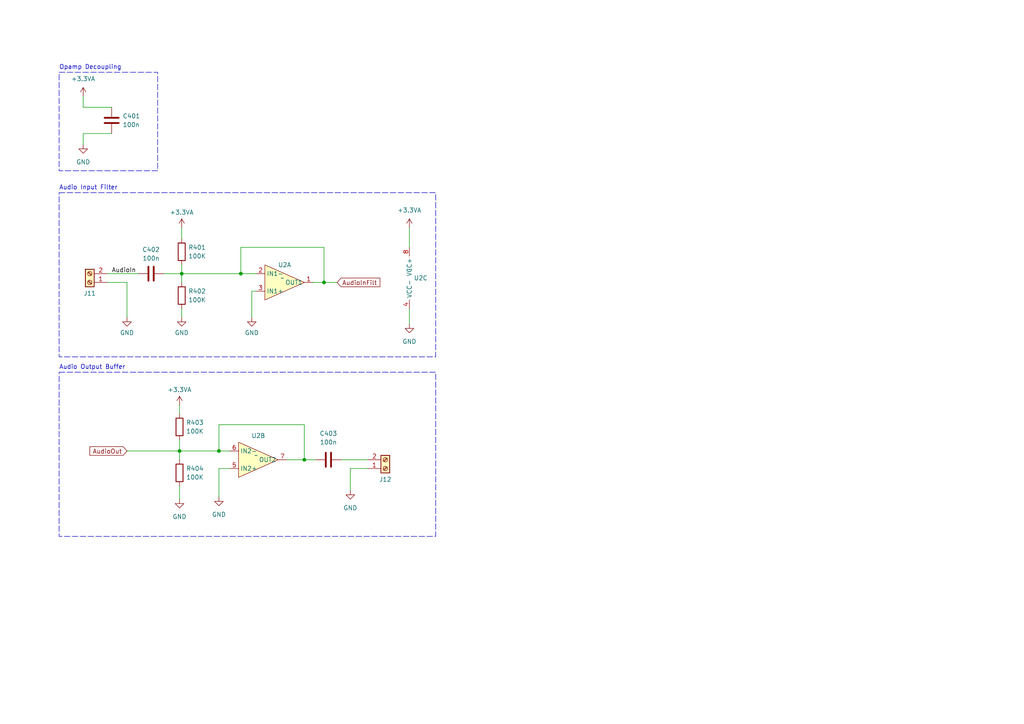
<source format=kicad_sch>
(kicad_sch (version 20230121) (generator eeschema)
  (paper "A4")
  (lib_symbols
    (symbol "Connector:Screw_Terminal_01x02" (pin_names (offset 1.016) hide)
      (property "Reference" "J" (at 0 2.54 0))
      (property "Value" "Screw_Terminal_01x02" (at 0 -5.08 0))
      (symbol "Screw_Terminal_01x02_1_1"
        (rectangle (start -1.27 1.27) (end 1.27 -3.81) (stroke (width 0.254)) (fill (type background)))
        (circle (center 0 -2.54) (radius 0.635) (stroke (width 0.1524)))
        (polyline (pts (xy -0.5334 -2.2098) (xy 0.3302 -3.048)) (stroke (width 0.1524)))
        (polyline (pts (xy -0.5334 0.3302) (xy 0.3302 -0.508)) (stroke (width 0.1524)))
        (polyline (pts (xy -0.3556 -2.032) (xy 0.508 -2.8702)) (stroke (width 0.1524)))
        (polyline (pts (xy -0.3556 0.508) (xy 0.508 -0.3302)) (stroke (width 0.1524)))
        (circle (center 0 0) (radius 0.635) (stroke (width 0.1524)))
        (pin passive line (at -5.08 0 0) (length 3.81) (name "Pin_1") (number "1"))
        (pin passive line (at -5.08 -2.54 0) (length 3.81) (name "Pin_2") (number "2"))
      )
    )
    (symbol "Device:C" (pin_numbers hide) (pin_names (offset 0.254))
      (property "Reference" "C" (at 0.635 2.54 0))
      (property "Value" "C" (at 0.635 -2.54 0))
      (symbol "C_0_1"
        (polyline (pts (xy -2.032 -0.762) (xy 2.032 -0.762)) (stroke (width 0.508)))
        (polyline (pts (xy -2.032 0.762) (xy 2.032 0.762)) (stroke (width 0.508)))
      )
      (symbol "C_1_1"
        (pin passive line (at 0 3.81 270) (length 2.794) (name "~") (number "1"))
        (pin passive line (at 0 -3.81 90) (length 2.794) (name "~") (number "2"))
      )
    )
    (symbol "Device:R" (pin_numbers hide) (pin_names (offset 0))
      (property "Reference" "R" (at 2.032 0 90))
      (property "Value" "R" (at 0 0 90))
      (symbol "R_0_1"
        (rectangle (start -1.016 -2.54) (end 1.016 2.54) (stroke (width 0.254)))
      )
      (symbol "R_1_1"
        (pin passive line (at 0 3.81 270) (length 1.27) (name "~") (number "1"))
        (pin passive line (at 0 -3.81 90) (length 1.27) (name "~") (number "2"))
      )
    )
    (symbol "LM833DGKR__1"
      (property "Reference" "U" (at 3.81 0 0))
      (symbol "LM833DGKR__1_1_1"
        (polyline (pts (xy -5.08 -5.08) (xy 6.35 0) (xy -5.08 5.08) (xy -5.08 -5.08)) (fill (type background)))
        (pin output line (at 8.89 0 180) (length 2.54) (name "OUT1") (number "1"))
        (pin input line (at -7.62 2.54 0) (length 2.54) (name "IN1-") (number "2"))
        (pin input line (at -7.62 -2.54 0) (length 2.54) (name "IN1+") (number "3"))
      )
      (symbol "LM833DGKR__1_2_1"
        (polyline (pts (xy -5.08 -5.08) (xy 6.35 0) (xy -5.08 5.08) (xy -5.08 -5.08)) (fill (type background)))
        (pin input line (at -7.62 -2.54 0) (length 2.54) (name "IN2+") (number "5"))
        (pin input line (at -7.62 2.54 0) (length 2.54) (name "IN2-") (number "6"))
        (pin output line (at 8.89 0 180) (length 2.54) (name "OUT2") (number "7"))
      )
      (symbol "LM833DGKR__1_3_1"
        (pin power_in line (at 0 -10.16 90) (length 2.54) (name "VCC-") (number "4"))
        (pin power_in line (at 0 7.62 270) (length 2.54) (name "VCC+") (number "8"))
      )
    )
    (symbol "LM833DGKR__2"
      (property "Reference" "U" (at 3.81 0 0))
      (symbol "LM833DGKR__2_1_1"
        (polyline (pts (xy -5.08 -5.08) (xy 6.35 0) (xy -5.08 5.08) (xy -5.08 -5.08)) (fill (type background)))
        (pin output line (at 8.89 0 180) (length 2.54) (name "OUT1") (number "1"))
        (pin input line (at -7.62 2.54 0) (length 2.54) (name "IN1-") (number "2"))
        (pin input line (at -7.62 -2.54 0) (length 2.54) (name "IN1+") (number "3"))
      )
      (symbol "LM833DGKR__2_2_1"
        (polyline (pts (xy -5.08 -5.08) (xy 6.35 0) (xy -5.08 5.08) (xy -5.08 -5.08)) (fill (type background)))
        (pin input line (at -7.62 -2.54 0) (length 2.54) (name "IN2+") (number "5"))
        (pin input line (at -7.62 2.54 0) (length 2.54) (name "IN2-") (number "6"))
        (pin output line (at 8.89 0 180) (length 2.54) (name "OUT2") (number "7"))
      )
      (symbol "LM833DGKR__2_3_1"
        (pin power_in line (at 0 -10.16 90) (length 2.54) (name "VCC-") (number "4"))
        (pin power_in line (at 0 7.62 270) (length 2.54) (name "VCC+") (number "8"))
      )
    )
    (symbol "MyLibrary:LM833DGKR_"
      (property "Reference" "U" (at 3.81 0 0))
      (symbol "LM833DGKR__1_1"
        (polyline (pts (xy -5.08 -5.08) (xy 6.35 0) (xy -5.08 5.08) (xy -5.08 -5.08)) (fill (type background)))
        (pin output line (at 8.89 0 180) (length 2.54) (name "OUT1") (number "1"))
        (pin input line (at -7.62 2.54 0) (length 2.54) (name "IN1-") (number "2"))
        (pin input line (at -7.62 -2.54 0) (length 2.54) (name "IN1+") (number "3"))
      )
      (symbol "LM833DGKR__2_1"
        (polyline (pts (xy -5.08 -5.08) (xy 6.35 0) (xy -5.08 5.08) (xy -5.08 -5.08)) (fill (type background)))
        (pin input line (at -7.62 -2.54 0) (length 2.54) (name "IN2+") (number "5"))
        (pin input line (at -7.62 2.54 0) (length 2.54) (name "IN2-") (number "6"))
        (pin output line (at 8.89 0 180) (length 2.54) (name "OUT2") (number "7"))
      )
      (symbol "LM833DGKR__3_1"
        (pin power_in line (at 0 -10.16 90) (length 2.54) (name "VCC-") (number "4"))
        (pin power_in line (at 0 7.62 270) (length 2.54) (name "VCC+") (number "8"))
      )
    )
    (symbol "power:+3.3VA" (power) (pin_names (offset 0))
      (property "Value" "+3.3VA" (at 0 3.556 0))
      (symbol "+3.3VA_0_1"
        (polyline (pts (xy -0.762 1.27) (xy 0 2.54)))
        (polyline (pts (xy 0 0) (xy 0 2.54)))
        (polyline (pts (xy 0 2.54) (xy 0.762 1.27)))
      )
      (symbol "+3.3VA_1_1"
        (pin power_in line (at 0 0 90) (length 0) hide (name "+3.3VA") (number "1"))
      )
    )
    (symbol "power:GND" (power) (pin_names (offset 0))
      (property "Value" "GND" (at 0 -3.81 0))
      (symbol "GND_0_1"
        (polyline (pts (xy 0 0) (xy 0 -1.27) (xy 1.27 -1.27) (xy 0 -2.54) (xy -1.27 -1.27) (xy 0 -1.27)))
      )
      (symbol "GND_1_1"
        (pin power_in line (at 0 0 270) (length 0) hide (name "GND") (number "1"))
      )
    )
  )
  (junction (at 69.85 79.375))
  (junction (at 52.07 130.81))
  (junction (at 63.5 130.81))
  (junction (at 93.98 81.915))
  (junction (at 52.705 79.375))
  (junction (at 88.265 133.35))
  (wire (pts (xy 118.745 89.535) (xy 118.745 93.98)))
  (wire (pts (xy 118.745 66.04) (xy 118.745 71.755)))
  (wire (pts (xy 88.265 133.35) (xy 91.44 133.35)))
  (wire (pts (xy 106.68 135.89) (xy 101.6 135.89)))
  (wire (pts (xy 63.5 130.81) (xy 66.675 130.81)))
  (wire (pts (xy 99.06 133.35) (xy 106.68 133.35)))
  (wire (pts (xy 52.705 66.04) (xy 52.705 69.215)))
  (wire (pts (xy 69.85 79.375) (xy 74.295 79.375)))
  (wire (pts (xy 52.07 140.97) (xy 52.07 144.78)))
  (wire (pts (xy 24.13 31.115) (xy 24.13 27.94)))
  (wire (pts (xy 73.025 84.455) (xy 74.295 84.455)))
  (wire (pts (xy 52.705 79.375) (xy 52.705 81.915)))
  (wire (pts (xy 88.265 133.35) (xy 88.265 123.19)))
  (wire (pts (xy 52.07 117.475) (xy 52.07 120.015)))
  (wire (pts (xy 63.5 135.89) (xy 63.5 144.145)))
  (wire (pts (xy 52.07 130.81) (xy 63.5 130.81)))
  (wire (pts (xy 36.83 81.915) (xy 36.83 92.075)))
  (wire (pts (xy 93.98 71.755) (xy 69.85 71.755)))
  (wire (pts (xy 47.625 79.375) (xy 52.705 79.375)))
  (wire (pts (xy 93.98 81.915) (xy 97.79 81.915)))
  (wire (pts (xy 83.185 133.35) (xy 88.265 133.35)))
  (wire (pts (xy 32.385 38.735) (xy 24.13 38.735)))
  (wire (pts (xy 93.98 81.915) (xy 90.805 81.915)))
  (wire (pts (xy 24.13 38.735) (xy 24.13 41.91)))
  (wire (pts (xy 93.98 81.915) (xy 93.98 71.755)))
  (wire (pts (xy 101.6 135.89) (xy 101.6 142.24)))
  (wire (pts (xy 31.115 81.915) (xy 36.83 81.915)))
  (wire (pts (xy 52.705 76.835) (xy 52.705 79.375)))
  (wire (pts (xy 52.705 79.375) (xy 69.85 79.375)))
  (wire (pts (xy 52.07 127.635) (xy 52.07 130.81)))
  (wire (pts (xy 52.705 89.535) (xy 52.705 92.075)))
  (wire (pts (xy 52.07 130.81) (xy 52.07 133.35)))
  (wire (pts (xy 63.5 123.19) (xy 63.5 130.81)))
  (wire (pts (xy 32.385 31.115) (xy 24.13 31.115)))
  (wire (pts (xy 31.115 79.375) (xy 40.005 79.375)))
  (wire (pts (xy 36.83 130.81) (xy 52.07 130.81)))
  (wire (pts (xy 69.85 71.755) (xy 69.85 79.375)))
  (wire (pts (xy 66.675 135.89) (xy 63.5 135.89)))
  (wire (pts (xy 88.265 123.19) (xy 63.5 123.19)))
  (wire (pts (xy 73.025 92.075) (xy 73.025 84.455)))
  (rectangle (start 17.145 107.95) (end 126.365 155.575) (stroke (width 0) (type dash)))
  (rectangle (start 17.145 55.88) (end 126.365 103.505) (stroke (width 0) (type dash)))
  (rectangle (start 17.145 20.955) (end 45.72 49.53) (stroke (width 0) (type dash)))
  (text "Opamp Decoupling" (at 17.145 20.32 0) (effects (font (size 1.27 1.27)) (justify left bottom)))
  (text "Audio Input Filter" (at 17.145 55.245 0) (effects (font (size 1.27 1.27)) (justify left bottom)))
  (text "Audio Output Buffer" (at 17.145 107.315 0) (effects (font (size 1.27 1.27)) (justify left bottom)))
  (label "AudioIn" (at 32.385 79.375 0))
  (global_label "AudioOut" (shape input) (at 36.83 130.81 180) (property "Intersheetrefs" "${INTERSHEET_REFS}" (effects hide)))
  (global_label "AudioInFilt" (shape input) (at 97.79 81.915 0) (property "Intersheetrefs" "${INTERSHEET_REFS}" (effects hide)))
  (symbol (lib_id "power:GND") (at 101.6 142.24 0) (unit 1)
    (property "Reference" "#PWR056" (effects hide))
    (property "Value" "GND" (at 101.6 147.32 0))
  )
  (symbol (lib_id "Device:R") (at 52.07 123.825 180) (unit 1)
    (property "Reference" "R403" (at 53.975 122.555 0) (effects (justify right)))
    (property "Value" "100K" (at 53.975 125.095 0) (effects (justify right)))
    (property "Footprint" "Resistor_SMD:R_0805_2012Metric" (effects hide))
  )
  (symbol (lib_id "Device:R") (at 52.705 73.025 0) (unit 1)
    (property "Reference" "R401" (at 54.61 71.755 0) (effects (justify left)))
    (property "Value" "100K" (at 54.61 74.295 0) (effects (justify left)))
    (property "Footprint" "Resistor_SMD:R_0805_2012Metric" (effects hide))
  )
  (symbol (lib_id "power:+3.3VA") (at 52.07 117.475 0) (unit 1)
    (property "Reference" "#PWR054" (effects hide))
    (property "Value" "+3.3VA" (at 52.07 113.03 0))
  )
  (symbol (lib_id "Device:C") (at 43.815 79.375 90) (unit 1)
    (property "Reference" "C402" (at 43.815 72.39 90))
    (property "Value" "100n" (at 43.815 74.93 90))
    (property "Footprint" "Capacitor_SMD:C_0805_2012Metric" (effects hide))
  )
  (symbol (lib_id "power:GND") (at 63.5 144.145 0) (unit 1)
    (property "Reference" "#PWR021" (effects hide))
    (property "Value" "GND" (at 63.5 149.225 0))
  )
  (symbol (lib_id "power:+3.3VA") (at 52.705 66.04 0) (unit 1)
    (property "Reference" "#PWR023" (effects hide))
    (property "Value" "+3.3VA" (at 52.705 61.595 0))
  )
  (symbol (lib_id "Device:R") (at 52.07 137.16 0) (unit 1)
    (property "Reference" "R404" (at 53.975 135.89 0) (effects (justify left)))
    (property "Value" "100K" (at 53.975 138.43 0) (effects (justify left)))
    (property "Footprint" "Resistor_SMD:R_0805_2012Metric" (effects hide))
  )
  (symbol (lib_id "power:GND") (at 73.025 92.075 0) (unit 1)
    (property "Reference" "#PWR019" (effects hide))
    (property "Value" "GND" (at 73.025 96.52 0))
  )
  (symbol (lib_id "power:GND") (at 52.705 92.075 0) (unit 1)
    (property "Reference" "#PWR024" (effects hide))
    (property "Value" "GND" (at 52.705 96.52 0))
  )
  (symbol (lib_id "Connector:Screw_Terminal_01x02") (at 26.035 81.915 180) (unit 1)
    (property "Reference" "J11" (at 26.035 85.09 0))
    (property "Value" "Screw_Terminal_01x02" (effects hide))
    (property "Footprint" "TerminalBlock_Phoenix:TerminalBlock_Phoenix_MKDS-1,5-2_1x02_P5.00mm_Horizontal" (effects hide))
  )
  (symbol (lib_id "Device:C") (at 32.385 34.925 0) (unit 1)
    (property "Reference" "C401" (at 35.56 33.655 0) (effects (justify left)))
    (property "Value" "100n" (at 35.56 36.195 0) (effects (justify left)))
    (property "Footprint" "Capacitor_SMD:C_0805_2012Metric" (effects hide))
  )
  (symbol (lib_id "power:GND") (at 24.13 41.91 0) (unit 1)
    (property "Reference" "#PWR026" (effects hide))
    (property "Value" "GND" (at 24.13 46.99 0))
  )
  (symbol (lib_id "Device:R") (at 52.705 85.725 0) (unit 1)
    (property "Reference" "R402" (at 54.61 84.455 0) (effects (justify left)))
    (property "Value" "100K" (at 54.61 86.995 0) (effects (justify left)))
    (property "Footprint" "Resistor_SMD:R_0805_2012Metric" (effects hide))
  )
  (symbol (lib_id "power:+3.3VA") (at 24.13 27.94 0) (unit 1)
    (property "Reference" "#PWR025" (effects hide))
    (property "Value" "+3.3VA" (at 24.13 22.86 0))
  )
  (symbol (lib_id "power:GND") (at 118.745 93.98 0) (unit 1)
    (property "Reference" "#PWR053" (effects hide))
    (property "Value" "GND" (at 118.745 99.06 0))
  )
  (symbol (lib_id "power:+3.3VA") (at 118.745 66.04 0) (unit 1)
    (property "Reference" "#PWR052" (effects hide))
    (property "Value" "+3.3VA" (at 118.745 60.96 0))
  )
  (symbol (lib_id "Connector:Screw_Terminal_01x02") (at 111.76 135.89 0) (mirror x) (unit 1)
    (property "Reference" "J12" (at 111.76 139.065 0))
    (property "Value" "Screw_Terminal_01x02" (effects hide))
    (property "Footprint" "TerminalBlock_Phoenix:TerminalBlock_Phoenix_MKDS-1,5-2_1x02_P5.00mm_Horizontal" (effects hide))
  )
  (symbol (lib_id "power:GND") (at 52.07 144.78 0) (unit 1)
    (property "Reference" "#PWR055" (effects hide))
    (property "Value" "GND" (at 52.07 149.86 0))
  )
  (symbol (lib_id "MyLibrary:LM833DGKR_") (at 118.745 79.375 0) (unit 3)
    (property "Reference" "U2" (at 120.015 80.645 0) (effects (justify left)))
    (property "Value" "~" (at 118.745 78.105 0))
    (property "Footprint" "SamacSys_Parts:SOIC127P600X175-8N" (effects hide))
    (property "Datasheet" "https://www.ti.com/lit/ds/symlink/lm833.pdf?ts=1711841650251&ref_url=https%253A%252F%252Fwww.ti.com%252Fproduct%252FLM833%253FkeyMatch%253DLM833%2526tisearch%253Dsearch-everything%2526usecase%253DGPN-ALT" (effects hide))
  )
  (symbol (lib_name "LM833DGKR__1") (lib_id "MyLibrary:LM833DGKR_") (at 81.915 81.915 0) (unit 1)
    (property "Reference" "U2" (at 82.55 76.835 0))
    (property "Value" "~" (at 81.915 80.645 0))
    (property "Footprint" "SamacSys_Parts:SOIC127P600X175-8N" (effects hide))
    (property "Datasheet" "https://www.ti.com/lit/ds/symlink/lm833.pdf?ts=1711841650251&ref_url=https%253A%252F%252Fwww.ti.com%252Fproduct%252FLM833%253FkeyMatch%253DLM833%2526tisearch%253Dsearch-everything%2526usecase%253DGPN-ALT" (effects hide))
  )
  (symbol (lib_id "power:GND") (at 36.83 92.075 0) (unit 1)
    (property "Reference" "#PWR022" (effects hide))
    (property "Value" "GND" (at 36.83 96.52 0))
  )
  (symbol (lib_id "Device:C") (at 95.25 133.35 90) (unit 1)
    (property "Reference" "C403" (at 95.25 125.73 90))
    (property "Value" "100n" (at 95.25 128.27 90))
    (property "Footprint" "Capacitor_SMD:C_0805_2012Metric" (effects hide))
  )
  (symbol (lib_name "LM833DGKR__2") (lib_id "MyLibrary:LM833DGKR_") (at 74.295 133.35 0) (unit 2)
    (property "Reference" "U2" (at 74.93 126.365 0))
    (property "Value" "~" (at 74.295 132.08 0))
    (property "Footprint" "SamacSys_Parts:SOIC127P600X175-8N" (effects hide))
    (property "Datasheet" "https://www.ti.com/lit/ds/symlink/lm833.pdf?ts=1711841650251&ref_url=https%253A%252F%252Fwww.ti.com%252Fproduct%252FLM833%253FkeyMatch%253DLM833%2526tisearch%253Dsearch-everything%2526usecase%253DGPN-ALT" (effects hide))
  )
)
</source>
